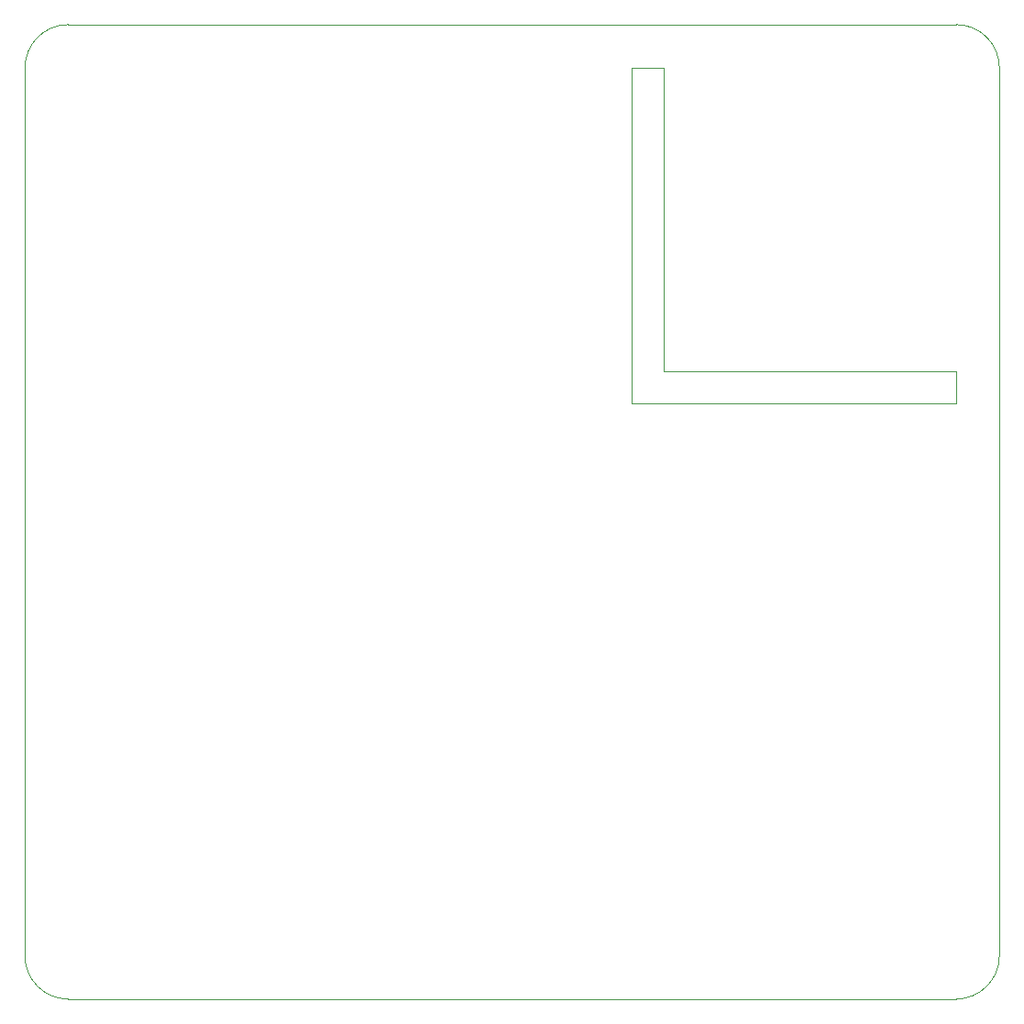
<source format=gbr>
%TF.GenerationSoftware,KiCad,Pcbnew,(6.0.7)*%
%TF.CreationDate,2022-11-19T09:32:58+05:30*%
%TF.ProjectId,ESP32_Drive,45535033-325f-4447-9269-76652e6b6963,rev?*%
%TF.SameCoordinates,Original*%
%TF.FileFunction,Profile,NP*%
%FSLAX46Y46*%
G04 Gerber Fmt 4.6, Leading zero omitted, Abs format (unit mm)*
G04 Created by KiCad (PCBNEW (6.0.7)) date 2022-11-19 09:32:58*
%MOMM*%
%LPD*%
G01*
G04 APERTURE LIST*
%TA.AperFunction,Profile*%
%ADD10C,0.100000*%
%TD*%
G04 APERTURE END LIST*
D10*
X106000000Y-64000000D02*
X109000000Y-64000000D01*
X50000000Y-146000000D02*
G75*
G03*
X54000000Y-150000000I4000000J0D01*
G01*
X54000000Y-60000000D02*
G75*
G03*
X50000000Y-64000000I0J-4000000D01*
G01*
X136000000Y-150000000D02*
G75*
G03*
X140000000Y-146000000I0J4000000D01*
G01*
X136000000Y-92000000D02*
X136000000Y-95000000D01*
X109000000Y-64000000D02*
X109000000Y-92000000D01*
X106000000Y-95000000D02*
X106000000Y-64000000D01*
X54000000Y-60000000D02*
X136000000Y-60000000D01*
X136000000Y-150000000D02*
X54000000Y-150000000D01*
X50000000Y-146000000D02*
X50000000Y-64000000D01*
X140000000Y-64000000D02*
X140000000Y-146000000D01*
X109000000Y-92000000D02*
X136000000Y-92000000D01*
X140000000Y-64000000D02*
G75*
G03*
X136000000Y-60000000I-4000000J0D01*
G01*
X136000000Y-95000000D02*
X106000000Y-95000000D01*
M02*

</source>
